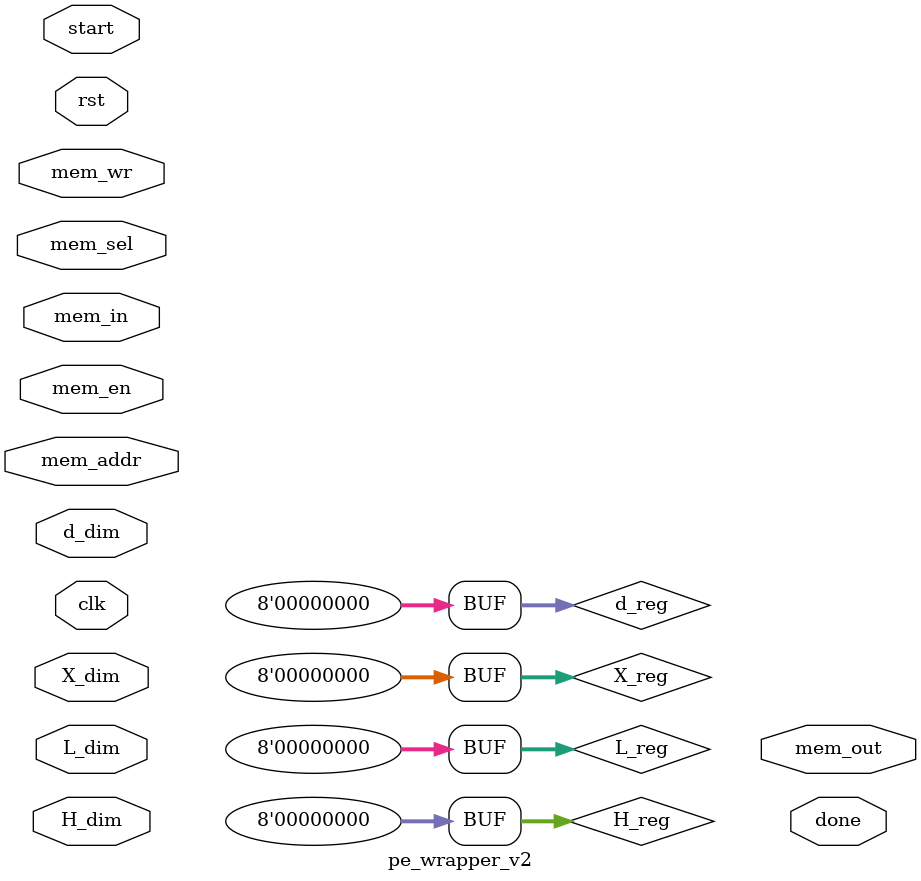
<source format=v>
`timescale 1ns / 1ps


module pe_wrapper_v2    #(
    parameter DATA_WIDTH = 8,
    //network params
    parameter X = 192,
    parameter H = 24,
    parameter L = 48,
    parameter d = 4,
    //PE array params
    parameter NUM_PEs = 4,
    parameter NUM_MACS = 4,
    parameter NUM_ROWS = 4,
    //mem params
    parameter X_MEM_WIDTH = DATA_WIDTH * NUM_PEs,
    localparam X_MEM_DEPTH = d * H * L,
    localparam X_MEM_ADDR_W = width(X_MEM_DEPTH),
    parameter W_MEM_WIDTH = DATA_WIDTH * NUM_MACS * NUM_PEs,
    parameter W_MEM_DEPTH = d * H * L,
    parameter W_MEM_PARTITIONS = NUM_ROWS,
    localparam W_MEM_ADDR_W = width(W_MEM_DEPTH)
)(  
    input clk,
    input rst,
    //FSM control signals
    input start,
    input [DATA_WIDTH-1:0] X_dim,
    input [DATA_WIDTH-1:0] H_dim,
    input [DATA_WIDTH-1:0] L_dim,
    input [DATA_WIDTH-1:0] d_dim,
    //memroy signals
    input [2:0] mem_sel,
    input [W_MEM_WIDTH*W_MEM_PARTITIONS-1:0] mem_in,
    input mem_en,
    input mem_wr,
    input [W_MEM_ADDR_W-1:0] mem_addr,
    output [W_MEM_WIDTH*W_MEM_PARTITIONS-1:0] mem_out,
    //output ctrl
    output reg done
);

    reg [DATA_WIDTH-1:0] X_reg = 0, H_reg = 0, L_reg = 0, d_reg = 0;
    
    reg wq_mem_en, wk_mem_en, wv_mem_en, x_mem_en, o_mem_en, wf1_mem_en, wf2_mem_en;
    wire [W_MEM_WIDTH*W_MEM_PARTITIONS-1:0] wq_mem_out_internal, wk_mem_out_internal, wv_mem_out_internal;
    wire [X_MEM_WIDTH-1:0] x_mem_out_internal;
    
    reg [DATA_WIDTH - 1 : 0] X_dim_q, H_dim_q, L_dim_q, d_dim_q;
    
    localparam idle = 3'd0, s1 = 3'd1, s2 = 3'd2, s3 = 3'd3, s4 = 3'd4, s5 = 3'd5;
    reg [2:0] state = idle;
    
    generate
    genvar i;
    for (i=0; i<NUM_ROWS; i=i+1) begin
        sp_ram   #(
            .DATA_WIDTH (W_MEM_WIDTH),
            .MEM_DEPTH (W_MEM_DEPTH),
            .ADDR_WIDTH (W_MEM_ADDR_W),
            .INIT_FILE ("")
        )wq_mem_inst(
            .clk (clk),
            .rst (rst),
            .mem_in (mem_in[W_MEM_WIDTH*i +: W_MEM_WIDTH]),
            .mem_addr (mem_addr),
            .en (wq_mem_en),
            .wr (mem_wr),
            .mem_out (wq_mem_out_internal[W_MEM_WIDTH*i +: W_MEM_WIDTH])
            );
       
       sp_ram   #(
            .DATA_WIDTH (W_MEM_WIDTH),
            .MEM_DEPTH (W_MEM_DEPTH),
            .ADDR_WIDTH (W_MEM_ADDR_W),
            .INIT_FILE ("")
        )wk_mem_inst(
            .clk (clk),
            .rst (rst),
            .mem_in (mem_in[W_MEM_WIDTH*i +: W_MEM_WIDTH]),
            .mem_addr (mem_addr),
            .en (wk_mem_en),
            .wr (mem_wr),
            .mem_out (wk_mem_out_internal[W_MEM_WIDTH*i +: W_MEM_WIDTH])
        );
        
        sp_ram   #(
            .DATA_WIDTH (W_MEM_WIDTH),
            .MEM_DEPTH (W_MEM_DEPTH),
            .ADDR_WIDTH (W_MEM_ADDR_W),
            .INIT_FILE ("")
        )wv_mem_inst(
            .clk (clk),
            .rst (rst),
            .mem_in (mem_in[W_MEM_WIDTH*i +: W_MEM_WIDTH]),
            .mem_addr (mem_addr),
            .en (wv_mem_en),
            .wr (mem_wr),
            .mem_out (wv_mem_out_internal[W_MEM_WIDTH*i +: W_MEM_WIDTH])
        ); 
    end
    endgenerate
    
    sp_ram   #(
            .DATA_WIDTH (X_MEM_WIDTH),
            .MEM_DEPTH (X_MEM_DEPTH),
            .ADDR_WIDTH (X_MEM_ADDR_W),
            .INIT_FILE ("")
        )X_mem_inst(
            .clk (clk),
            .rst (rst),
            .mem_in (mem_in[X_MEM_WIDTH:0]),
            .mem_addr (mem_addr),
            .en (x_mem_en),
            .wr (mem_wr),
            .mem_out (x_mem_out_internal)
        );

    always @(*) begin
        case (mem_sel)
            3'd0: begin
                wq_mem_en = mem_en;
                wk_mem_en = 0;
                wv_mem_en = 0;
                wf1_mem_en = 0;
                wf2_mem_en = 0;
                x_mem_en = 0;
                o_mem_en = 0;
            end
            3'd1: begin
                wk_mem_en = mem_en;
                wv_mem_en = 0;
                wf1_mem_en = 0;
                wf2_mem_en = 0;
                x_mem_en = 0;
                o_mem_en = 0;
            end
            3'd2: begin
                wv_mem_en = mem_en;
                wk_mem_en = 0;
                wf1_mem_en = 0;
                wf2_mem_en = 0;
                x_mem_en = 0;
                o_mem_en = 0;
            end
            3'd3: begin
                wf1_mem_en = mem_en;
                wk_mem_en = 0;
                wv_mem_en = 0;
                wf2_mem_en = 0;
                x_mem_en = 0;
                o_mem_en = 0;
            end
            3'd4: begin
                wf2_mem_en = mem_en;
                wk_mem_en = 0;
                wv_mem_en = 0;
                wf1_mem_en = 0;
                x_mem_en = 0;
                o_mem_en = 0;
            end
            3'd5: begin
                x_mem_en = mem_en;
                wk_mem_en = 0;
                wv_mem_en = 0;
                wf1_mem_en = 0;
                wf2_mem_en = 0;
                o_mem_en = 0;
            end
            3'd6: begin
                o_mem_en = mem_en;
                wk_mem_en = 0;
                wv_mem_en = 0;
                wf1_mem_en = 0;
                wf2_mem_en = 0;
                x_mem_en = 0;
            end
            3'd7: begin
                x_mem_en = mem_en;
                wk_mem_en = 0;
                wv_mem_en = 0;
                wf1_mem_en = 0;
                wf2_mem_en = 0;
                o_mem_en = 0;
            end
            default: begin
                x_mem_en = mem_en;
                wk_mem_en = 0;
                wv_mem_en = 0;
                wf1_mem_en = 0;
                wf2_mem_en = 0;
                o_mem_en = 0;
            end
        endcase
    end
    
    
    always @(posedge clk or posedge rst) begin
        if(rst) begin
            state <= idle;
            X_dim_q <= 0;   
            H_dim_q <= 0;  
            L_dim_q <= 0;  
            d_dim_q <= 0;
            
        end else begin
            case(state)
                idle: begin
                    if(start) begin
                        X_dim_q <= X_dim;  
                        H_dim_q <= H_dim;  
                        L_dim_q <= L_dim;  
                        d_dim_q <= d_dim;
                    end
                end
                s1: begin
                
                end
                s2: begin
                
                end
                s3: begin
                
                end
                s4: begin
                
                end
                s5: begin
                
                end
                default: begin
                    state <= idle;
                end
            endcase
        end
    end
    
    function integer width;
        input integer n;
        for (width=0; n>0; width=width+1) begin
            n = n >> 1;
        end
    endfunction
    
endmodule

</source>
